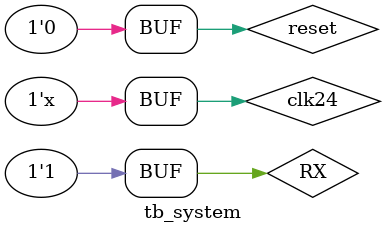
<source format=v>

`timescale 1ns/1ps
`default_nettype none

module tb_system;
    reg clk24;
    reg reset;
	reg RX;
    wire TX;
	wire spi0_mosi, spi0_miso, spi0_sclk, spi0_cs0;
	wire [31:0] gp_out;
	
    // 24MHz clock source
    always
        #21 clk24 = ~clk24;
    
    // reset
    initial
    begin
`ifdef icarus
  		$dumpfile("tb_system.vcd");
		$dumpvars;
`endif
        
        // init regs
        clk24 = 1'b0;
        reset = 1'b1;
        RX = 1'b1;
        
        // release reset
        #100
        reset = 1'b0;
        
`ifdef icarus
        // stop after 1 sec
		#2000000 $finish;
`endif
    end
    
    // Unit under test
    system uut(
        .clk24(clk24),     // 24MHz system clock
        .reset(reset),     // high-true reset
	
        .RX(RX),           // serial input
        .TX(TX),           // serial output
	
		.spi0_mosi(spi0_mosi),	// SPI port
		.spi0_miso(spi0_miso),
		.spi0_sclk(spi0_sclk),
		.spi0_cs0(spi0_cs0),
	
		.gp_out(gp_out)    // general purpose output
    );
endmodule

</source>
